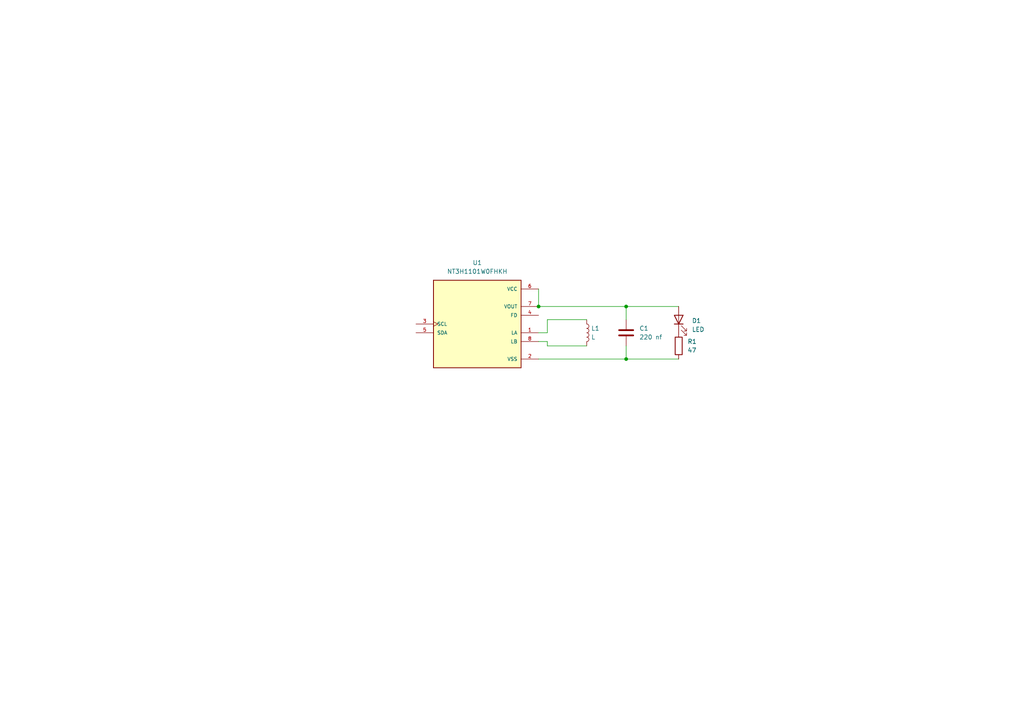
<source format=kicad_sch>
(kicad_sch
	(version 20231120)
	(generator "eeschema")
	(generator_version "8.0")
	(uuid "68db28dd-e7fe-4048-8937-b0c00b7f29a9")
	(paper "A4")
	(lib_symbols
		(symbol "Device:C"
			(pin_numbers hide)
			(pin_names
				(offset 0.254)
			)
			(exclude_from_sim no)
			(in_bom yes)
			(on_board yes)
			(property "Reference" "C"
				(at 0.635 2.54 0)
				(effects
					(font
						(size 1.27 1.27)
					)
					(justify left)
				)
			)
			(property "Value" "C"
				(at 0.635 -2.54 0)
				(effects
					(font
						(size 1.27 1.27)
					)
					(justify left)
				)
			)
			(property "Footprint" ""
				(at 0.9652 -3.81 0)
				(effects
					(font
						(size 1.27 1.27)
					)
					(hide yes)
				)
			)
			(property "Datasheet" "~"
				(at 0 0 0)
				(effects
					(font
						(size 1.27 1.27)
					)
					(hide yes)
				)
			)
			(property "Description" "Unpolarized capacitor"
				(at 0 0 0)
				(effects
					(font
						(size 1.27 1.27)
					)
					(hide yes)
				)
			)
			(property "ki_keywords" "cap capacitor"
				(at 0 0 0)
				(effects
					(font
						(size 1.27 1.27)
					)
					(hide yes)
				)
			)
			(property "ki_fp_filters" "C_*"
				(at 0 0 0)
				(effects
					(font
						(size 1.27 1.27)
					)
					(hide yes)
				)
			)
			(symbol "C_0_1"
				(polyline
					(pts
						(xy -2.032 -0.762) (xy 2.032 -0.762)
					)
					(stroke
						(width 0.508)
						(type default)
					)
					(fill
						(type none)
					)
				)
				(polyline
					(pts
						(xy -2.032 0.762) (xy 2.032 0.762)
					)
					(stroke
						(width 0.508)
						(type default)
					)
					(fill
						(type none)
					)
				)
			)
			(symbol "C_1_1"
				(pin passive line
					(at 0 3.81 270)
					(length 2.794)
					(name "~"
						(effects
							(font
								(size 1.27 1.27)
							)
						)
					)
					(number "1"
						(effects
							(font
								(size 1.27 1.27)
							)
						)
					)
				)
				(pin passive line
					(at 0 -3.81 90)
					(length 2.794)
					(name "~"
						(effects
							(font
								(size 1.27 1.27)
							)
						)
					)
					(number "2"
						(effects
							(font
								(size 1.27 1.27)
							)
						)
					)
				)
			)
		)
		(symbol "Device:L"
			(pin_numbers hide)
			(pin_names
				(offset 1.016) hide)
			(exclude_from_sim no)
			(in_bom yes)
			(on_board yes)
			(property "Reference" "L"
				(at -1.27 0 90)
				(effects
					(font
						(size 1.27 1.27)
					)
				)
			)
			(property "Value" "L"
				(at 1.905 0 90)
				(effects
					(font
						(size 1.27 1.27)
					)
				)
			)
			(property "Footprint" ""
				(at 0 0 0)
				(effects
					(font
						(size 1.27 1.27)
					)
					(hide yes)
				)
			)
			(property "Datasheet" "~"
				(at 0 0 0)
				(effects
					(font
						(size 1.27 1.27)
					)
					(hide yes)
				)
			)
			(property "Description" "Inductor"
				(at 0 0 0)
				(effects
					(font
						(size 1.27 1.27)
					)
					(hide yes)
				)
			)
			(property "ki_keywords" "inductor choke coil reactor magnetic"
				(at 0 0 0)
				(effects
					(font
						(size 1.27 1.27)
					)
					(hide yes)
				)
			)
			(property "ki_fp_filters" "Choke_* *Coil* Inductor_* L_*"
				(at 0 0 0)
				(effects
					(font
						(size 1.27 1.27)
					)
					(hide yes)
				)
			)
			(symbol "L_0_1"
				(arc
					(start 0 -2.54)
					(mid 0.6323 -1.905)
					(end 0 -1.27)
					(stroke
						(width 0)
						(type default)
					)
					(fill
						(type none)
					)
				)
				(arc
					(start 0 -1.27)
					(mid 0.6323 -0.635)
					(end 0 0)
					(stroke
						(width 0)
						(type default)
					)
					(fill
						(type none)
					)
				)
				(arc
					(start 0 0)
					(mid 0.6323 0.635)
					(end 0 1.27)
					(stroke
						(width 0)
						(type default)
					)
					(fill
						(type none)
					)
				)
				(arc
					(start 0 1.27)
					(mid 0.6323 1.905)
					(end 0 2.54)
					(stroke
						(width 0)
						(type default)
					)
					(fill
						(type none)
					)
				)
			)
			(symbol "L_1_1"
				(pin passive line
					(at 0 3.81 270)
					(length 1.27)
					(name "1"
						(effects
							(font
								(size 1.27 1.27)
							)
						)
					)
					(number "1"
						(effects
							(font
								(size 1.27 1.27)
							)
						)
					)
				)
				(pin passive line
					(at 0 -3.81 90)
					(length 1.27)
					(name "2"
						(effects
							(font
								(size 1.27 1.27)
							)
						)
					)
					(number "2"
						(effects
							(font
								(size 1.27 1.27)
							)
						)
					)
				)
			)
		)
		(symbol "Device:LED"
			(pin_numbers hide)
			(pin_names
				(offset 1.016) hide)
			(exclude_from_sim no)
			(in_bom yes)
			(on_board yes)
			(property "Reference" "D"
				(at 0 2.54 0)
				(effects
					(font
						(size 1.27 1.27)
					)
				)
			)
			(property "Value" "LED"
				(at 0 -2.54 0)
				(effects
					(font
						(size 1.27 1.27)
					)
				)
			)
			(property "Footprint" ""
				(at 0 0 0)
				(effects
					(font
						(size 1.27 1.27)
					)
					(hide yes)
				)
			)
			(property "Datasheet" "~"
				(at 0 0 0)
				(effects
					(font
						(size 1.27 1.27)
					)
					(hide yes)
				)
			)
			(property "Description" "Light emitting diode"
				(at 0 0 0)
				(effects
					(font
						(size 1.27 1.27)
					)
					(hide yes)
				)
			)
			(property "ki_keywords" "LED diode"
				(at 0 0 0)
				(effects
					(font
						(size 1.27 1.27)
					)
					(hide yes)
				)
			)
			(property "ki_fp_filters" "LED* LED_SMD:* LED_THT:*"
				(at 0 0 0)
				(effects
					(font
						(size 1.27 1.27)
					)
					(hide yes)
				)
			)
			(symbol "LED_0_1"
				(polyline
					(pts
						(xy -1.27 -1.27) (xy -1.27 1.27)
					)
					(stroke
						(width 0.254)
						(type default)
					)
					(fill
						(type none)
					)
				)
				(polyline
					(pts
						(xy -1.27 0) (xy 1.27 0)
					)
					(stroke
						(width 0)
						(type default)
					)
					(fill
						(type none)
					)
				)
				(polyline
					(pts
						(xy 1.27 -1.27) (xy 1.27 1.27) (xy -1.27 0) (xy 1.27 -1.27)
					)
					(stroke
						(width 0.254)
						(type default)
					)
					(fill
						(type none)
					)
				)
				(polyline
					(pts
						(xy -3.048 -0.762) (xy -4.572 -2.286) (xy -3.81 -2.286) (xy -4.572 -2.286) (xy -4.572 -1.524)
					)
					(stroke
						(width 0)
						(type default)
					)
					(fill
						(type none)
					)
				)
				(polyline
					(pts
						(xy -1.778 -0.762) (xy -3.302 -2.286) (xy -2.54 -2.286) (xy -3.302 -2.286) (xy -3.302 -1.524)
					)
					(stroke
						(width 0)
						(type default)
					)
					(fill
						(type none)
					)
				)
			)
			(symbol "LED_1_1"
				(pin passive line
					(at -3.81 0 0)
					(length 2.54)
					(name "K"
						(effects
							(font
								(size 1.27 1.27)
							)
						)
					)
					(number "1"
						(effects
							(font
								(size 1.27 1.27)
							)
						)
					)
				)
				(pin passive line
					(at 3.81 0 180)
					(length 2.54)
					(name "A"
						(effects
							(font
								(size 1.27 1.27)
							)
						)
					)
					(number "2"
						(effects
							(font
								(size 1.27 1.27)
							)
						)
					)
				)
			)
		)
		(symbol "Device:R"
			(pin_numbers hide)
			(pin_names
				(offset 0)
			)
			(exclude_from_sim no)
			(in_bom yes)
			(on_board yes)
			(property "Reference" "R"
				(at 2.032 0 90)
				(effects
					(font
						(size 1.27 1.27)
					)
				)
			)
			(property "Value" "R"
				(at 0 0 90)
				(effects
					(font
						(size 1.27 1.27)
					)
				)
			)
			(property "Footprint" ""
				(at -1.778 0 90)
				(effects
					(font
						(size 1.27 1.27)
					)
					(hide yes)
				)
			)
			(property "Datasheet" "~"
				(at 0 0 0)
				(effects
					(font
						(size 1.27 1.27)
					)
					(hide yes)
				)
			)
			(property "Description" "Resistor"
				(at 0 0 0)
				(effects
					(font
						(size 1.27 1.27)
					)
					(hide yes)
				)
			)
			(property "ki_keywords" "R res resistor"
				(at 0 0 0)
				(effects
					(font
						(size 1.27 1.27)
					)
					(hide yes)
				)
			)
			(property "ki_fp_filters" "R_*"
				(at 0 0 0)
				(effects
					(font
						(size 1.27 1.27)
					)
					(hide yes)
				)
			)
			(symbol "R_0_1"
				(rectangle
					(start -1.016 -2.54)
					(end 1.016 2.54)
					(stroke
						(width 0.254)
						(type default)
					)
					(fill
						(type none)
					)
				)
			)
			(symbol "R_1_1"
				(pin passive line
					(at 0 3.81 270)
					(length 1.27)
					(name "~"
						(effects
							(font
								(size 1.27 1.27)
							)
						)
					)
					(number "1"
						(effects
							(font
								(size 1.27 1.27)
							)
						)
					)
				)
				(pin passive line
					(at 0 -3.81 90)
					(length 1.27)
					(name "~"
						(effects
							(font
								(size 1.27 1.27)
							)
						)
					)
					(number "2"
						(effects
							(font
								(size 1.27 1.27)
							)
						)
					)
				)
			)
		)
		(symbol "NT3H1101W0FHKH:NT3H1101W0FHKH"
			(pin_names
				(offset 1.016)
			)
			(exclude_from_sim no)
			(in_bom yes)
			(on_board yes)
			(property "Reference" "U"
				(at -12.7 13.462 0)
				(effects
					(font
						(size 1.27 1.27)
					)
					(justify left bottom)
				)
			)
			(property "Value" "NT3H1101W0FHKH"
				(at -12.7 -15.24 0)
				(effects
					(font
						(size 1.27 1.27)
					)
					(justify left bottom)
				)
			)
			(property "Footprint" "NT3H1101W0FHKH:IC_NT3H1101W0FHKH"
				(at 0 0 0)
				(effects
					(font
						(size 1.27 1.27)
					)
					(justify bottom)
					(hide yes)
				)
			)
			(property "Datasheet" ""
				(at 0 0 0)
				(effects
					(font
						(size 1.27 1.27)
					)
					(hide yes)
				)
			)
			(property "Description" ""
				(at 0 0 0)
				(effects
					(font
						(size 1.27 1.27)
					)
					(hide yes)
				)
			)
			(property "MF" "NXP USA"
				(at 0 0 0)
				(effects
					(font
						(size 1.27 1.27)
					)
					(justify bottom)
					(hide yes)
				)
			)
			(property "MAXIMUM_PACKAGE_HEIGHT" "0.5mm"
				(at 0 0 0)
				(effects
					(font
						(size 1.27 1.27)
					)
					(justify bottom)
					(hide yes)
				)
			)
			(property "Package" "XQFN-8 NXP Semiconductors"
				(at 0 0 0)
				(effects
					(font
						(size 1.27 1.27)
					)
					(justify bottom)
					(hide yes)
				)
			)
			(property "Price" "None"
				(at 0 0 0)
				(effects
					(font
						(size 1.27 1.27)
					)
					(justify bottom)
					(hide yes)
				)
			)
			(property "Check_prices" "https://www.snapeda.com/parts/NT3H1101W0FHKH/NXP+USA+Inc./view-part/?ref=eda"
				(at 0 0 0)
				(effects
					(font
						(size 1.27 1.27)
					)
					(justify bottom)
					(hide yes)
				)
			)
			(property "STANDARD" "Manufacturer Recommendations"
				(at 0 0 0)
				(effects
					(font
						(size 1.27 1.27)
					)
					(justify bottom)
					(hide yes)
				)
			)
			(property "PARTREV" "3.3"
				(at 0 0 0)
				(effects
					(font
						(size 1.27 1.27)
					)
					(justify bottom)
					(hide yes)
				)
			)
			(property "SnapEDA_Link" "https://www.snapeda.com/parts/NT3H1101W0FHKH/NXP+USA+Inc./view-part/?ref=snap"
				(at 0 0 0)
				(effects
					(font
						(size 1.27 1.27)
					)
					(justify bottom)
					(hide yes)
				)
			)
			(property "MP" "NT3H1101W0FHKH"
				(at 0 0 0)
				(effects
					(font
						(size 1.27 1.27)
					)
					(justify bottom)
					(hide yes)
				)
			)
			(property "Description_1" "\nRFID Transponder IC 13.56MHz ISO 14443 I2C 1.7V ~ 3.6V 8-XFQFN Exposed Pad\n"
				(at 0 0 0)
				(effects
					(font
						(size 1.27 1.27)
					)
					(justify bottom)
					(hide yes)
				)
			)
			(property "MANUFACTURER" "NXP"
				(at 0 0 0)
				(effects
					(font
						(size 1.27 1.27)
					)
					(justify bottom)
					(hide yes)
				)
			)
			(property "Availability" "In Stock"
				(at 0 0 0)
				(effects
					(font
						(size 1.27 1.27)
					)
					(justify bottom)
					(hide yes)
				)
			)
			(property "SNAPEDA_PN" "NT3H1101W0FHKH"
				(at 0 0 0)
				(effects
					(font
						(size 1.27 1.27)
					)
					(justify bottom)
					(hide yes)
				)
			)
			(symbol "NT3H1101W0FHKH_0_0"
				(rectangle
					(start -12.7 -12.7)
					(end 12.7 12.7)
					(stroke
						(width 0.254)
						(type default)
					)
					(fill
						(type background)
					)
				)
				(pin bidirectional line
					(at 17.78 -2.54 180)
					(length 5.08)
					(name "LA"
						(effects
							(font
								(size 1.016 1.016)
							)
						)
					)
					(number "1"
						(effects
							(font
								(size 1.016 1.016)
							)
						)
					)
				)
				(pin power_in line
					(at 17.78 -10.16 180)
					(length 5.08)
					(name "VSS"
						(effects
							(font
								(size 1.016 1.016)
							)
						)
					)
					(number "2"
						(effects
							(font
								(size 1.016 1.016)
							)
						)
					)
				)
				(pin input clock
					(at -17.78 0 0)
					(length 5.08)
					(name "SCL"
						(effects
							(font
								(size 1.016 1.016)
							)
						)
					)
					(number "3"
						(effects
							(font
								(size 1.016 1.016)
							)
						)
					)
				)
				(pin output line
					(at 17.78 2.54 180)
					(length 5.08)
					(name "FD"
						(effects
							(font
								(size 1.016 1.016)
							)
						)
					)
					(number "4"
						(effects
							(font
								(size 1.016 1.016)
							)
						)
					)
				)
				(pin bidirectional line
					(at -17.78 -2.54 0)
					(length 5.08)
					(name "SDA"
						(effects
							(font
								(size 1.016 1.016)
							)
						)
					)
					(number "5"
						(effects
							(font
								(size 1.016 1.016)
							)
						)
					)
				)
				(pin power_in line
					(at 17.78 10.16 180)
					(length 5.08)
					(name "VCC"
						(effects
							(font
								(size 1.016 1.016)
							)
						)
					)
					(number "6"
						(effects
							(font
								(size 1.016 1.016)
							)
						)
					)
				)
				(pin output line
					(at 17.78 5.08 180)
					(length 5.08)
					(name "VOUT"
						(effects
							(font
								(size 1.016 1.016)
							)
						)
					)
					(number "7"
						(effects
							(font
								(size 1.016 1.016)
							)
						)
					)
				)
				(pin bidirectional line
					(at 17.78 -5.08 180)
					(length 5.08)
					(name "LB"
						(effects
							(font
								(size 1.016 1.016)
							)
						)
					)
					(number "8"
						(effects
							(font
								(size 1.016 1.016)
							)
						)
					)
				)
			)
		)
	)
	(junction
		(at 156.21 88.9)
		(diameter 0)
		(color 0 0 0 0)
		(uuid "316245f7-7101-410e-9629-43a58b9a47fe")
	)
	(junction
		(at 181.61 104.14)
		(diameter 0)
		(color 0 0 0 0)
		(uuid "9854af19-ca33-469a-ba06-24ff3aaa89b7")
	)
	(junction
		(at 181.61 88.9)
		(diameter 0)
		(color 0 0 0 0)
		(uuid "b8c15ac0-2698-4338-aeed-9d6b71b302d2")
	)
	(wire
		(pts
			(xy 158.75 99.06) (xy 158.75 100.33)
		)
		(stroke
			(width 0)
			(type default)
		)
		(uuid "006d3837-ec69-4cce-affc-0408f17fb6c0")
	)
	(wire
		(pts
			(xy 158.75 96.52) (xy 158.75 92.71)
		)
		(stroke
			(width 0)
			(type default)
		)
		(uuid "15268386-5f60-422d-9c86-5caa6583dfbe")
	)
	(wire
		(pts
			(xy 158.75 100.33) (xy 170.18 100.33)
		)
		(stroke
			(width 0)
			(type default)
		)
		(uuid "3405aab6-568e-49b6-a989-48a9737f792f")
	)
	(wire
		(pts
			(xy 156.21 88.9) (xy 181.61 88.9)
		)
		(stroke
			(width 0)
			(type default)
		)
		(uuid "3705ea50-4609-4271-8278-a503fe58c546")
	)
	(wire
		(pts
			(xy 156.21 104.14) (xy 181.61 104.14)
		)
		(stroke
			(width 0)
			(type default)
		)
		(uuid "3785599e-6979-4a3c-8d27-30ef86b64abb")
	)
	(wire
		(pts
			(xy 181.61 104.14) (xy 181.61 100.33)
		)
		(stroke
			(width 0)
			(type default)
		)
		(uuid "765d9618-9f60-45a5-a81d-5eba3c7f13c7")
	)
	(wire
		(pts
			(xy 156.21 99.06) (xy 158.75 99.06)
		)
		(stroke
			(width 0)
			(type default)
		)
		(uuid "824855d4-9d8d-41bd-b051-4739057c81e4")
	)
	(wire
		(pts
			(xy 156.21 83.82) (xy 156.21 88.9)
		)
		(stroke
			(width 0)
			(type default)
		)
		(uuid "9e6d7005-a3de-4308-a9b9-716e1ec926da")
	)
	(wire
		(pts
			(xy 181.61 88.9) (xy 196.85 88.9)
		)
		(stroke
			(width 0)
			(type default)
		)
		(uuid "ade40765-73b6-4506-a7ed-4198d33cd232")
	)
	(wire
		(pts
			(xy 156.21 96.52) (xy 158.75 96.52)
		)
		(stroke
			(width 0)
			(type default)
		)
		(uuid "ba6f5499-e460-4917-a6cd-336101c36400")
	)
	(wire
		(pts
			(xy 196.85 104.14) (xy 181.61 104.14)
		)
		(stroke
			(width 0)
			(type default)
		)
		(uuid "d801404e-b915-49c7-95fd-45728637eae3")
	)
	(wire
		(pts
			(xy 158.75 92.71) (xy 170.18 92.71)
		)
		(stroke
			(width 0)
			(type default)
		)
		(uuid "deca1d90-82b4-4a3d-a058-06fc8b92b553")
	)
	(wire
		(pts
			(xy 181.61 92.71) (xy 181.61 88.9)
		)
		(stroke
			(width 0)
			(type default)
		)
		(uuid "f9306946-94e7-4773-a48f-270010dc037e")
	)
	(symbol
		(lib_id "Device:LED")
		(at 196.85 92.71 90)
		(unit 1)
		(exclude_from_sim no)
		(in_bom yes)
		(on_board yes)
		(dnp no)
		(fields_autoplaced yes)
		(uuid "04250c31-682d-4b7c-b618-be79610956ee")
		(property "Reference" "D1"
			(at 200.66 93.0274 90)
			(effects
				(font
					(size 1.27 1.27)
				)
				(justify right)
			)
		)
		(property "Value" "LED"
			(at 200.66 95.5674 90)
			(effects
				(font
					(size 1.27 1.27)
				)
				(justify right)
			)
		)
		(property "Footprint" "LED_SMD:LED_0805_2012Metric"
			(at 196.85 92.71 0)
			(effects
				(font
					(size 1.27 1.27)
				)
				(hide yes)
			)
		)
		(property "Datasheet" "~"
			(at 196.85 92.71 0)
			(effects
				(font
					(size 1.27 1.27)
				)
				(hide yes)
			)
		)
		(property "Description" "Light emitting diode"
			(at 196.85 92.71 0)
			(effects
				(font
					(size 1.27 1.27)
				)
				(hide yes)
			)
		)
		(pin "1"
			(uuid "4f5000a6-1339-463e-8892-c498262e962e")
		)
		(pin "2"
			(uuid "6c5e04ce-441d-4001-a9f8-bdeccd107dcb")
		)
		(instances
			(project "Antenna design"
				(path "/68db28dd-e7fe-4048-8937-b0c00b7f29a9"
					(reference "D1")
					(unit 1)
				)
			)
		)
	)
	(symbol
		(lib_id "NT3H1101W0FHKH:NT3H1101W0FHKH")
		(at 138.43 93.98 0)
		(unit 1)
		(exclude_from_sim no)
		(in_bom yes)
		(on_board yes)
		(dnp no)
		(fields_autoplaced yes)
		(uuid "090d64ee-aeb4-495a-ab73-fd64cfd672b6")
		(property "Reference" "U1"
			(at 138.43 76.2 0)
			(effects
				(font
					(size 1.27 1.27)
				)
			)
		)
		(property "Value" "NT3H1101W0FHKH"
			(at 138.43 78.74 0)
			(effects
				(font
					(size 1.27 1.27)
				)
			)
		)
		(property "Footprint" "NT3H1101W0FHKH:IC_NT3H1101W0FHKH"
			(at 138.43 93.98 0)
			(effects
				(font
					(size 1.27 1.27)
				)
				(justify bottom)
				(hide yes)
			)
		)
		(property "Datasheet" ""
			(at 138.43 93.98 0)
			(effects
				(font
					(size 1.27 1.27)
				)
				(hide yes)
			)
		)
		(property "Description" ""
			(at 138.43 93.98 0)
			(effects
				(font
					(size 1.27 1.27)
				)
				(hide yes)
			)
		)
		(property "MF" "NXP USA"
			(at 138.43 93.98 0)
			(effects
				(font
					(size 1.27 1.27)
				)
				(justify bottom)
				(hide yes)
			)
		)
		(property "MAXIMUM_PACKAGE_HEIGHT" "0.5mm"
			(at 138.43 93.98 0)
			(effects
				(font
					(size 1.27 1.27)
				)
				(justify bottom)
				(hide yes)
			)
		)
		(property "Package" "XQFN-8 NXP Semiconductors"
			(at 138.43 93.98 0)
			(effects
				(font
					(size 1.27 1.27)
				)
				(justify bottom)
				(hide yes)
			)
		)
		(property "Price" "None"
			(at 138.43 93.98 0)
			(effects
				(font
					(size 1.27 1.27)
				)
				(justify bottom)
				(hide yes)
			)
		)
		(property "Check_prices" "https://www.snapeda.com/parts/NT3H1101W0FHKH/NXP+USA+Inc./view-part/?ref=eda"
			(at 138.43 93.98 0)
			(effects
				(font
					(size 1.27 1.27)
				)
				(justify bottom)
				(hide yes)
			)
		)
		(property "STANDARD" "Manufacturer Recommendations"
			(at 138.43 93.98 0)
			(effects
				(font
					(size 1.27 1.27)
				)
				(justify bottom)
				(hide yes)
			)
		)
		(property "PARTREV" "3.3"
			(at 138.43 93.98 0)
			(effects
				(font
					(size 1.27 1.27)
				)
				(justify bottom)
				(hide yes)
			)
		)
		(property "SnapEDA_Link" "https://www.snapeda.com/parts/NT3H1101W0FHKH/NXP+USA+Inc./view-part/?ref=snap"
			(at 138.43 93.98 0)
			(effects
				(font
					(size 1.27 1.27)
				)
				(justify bottom)
				(hide yes)
			)
		)
		(property "MP" "NT3H1101W0FHKH"
			(at 138.43 93.98 0)
			(effects
				(font
					(size 1.27 1.27)
				)
				(justify bottom)
				(hide yes)
			)
		)
		(property "Description_1" "\nRFID Transponder IC 13.56MHz ISO 14443 I2C 1.7V ~ 3.6V 8-XFQFN Exposed Pad\n"
			(at 138.43 93.98 0)
			(effects
				(font
					(size 1.27 1.27)
				)
				(justify bottom)
				(hide yes)
			)
		)
		(property "MANUFACTURER" "NXP"
			(at 138.43 93.98 0)
			(effects
				(font
					(size 1.27 1.27)
				)
				(justify bottom)
				(hide yes)
			)
		)
		(property "Availability" "In Stock"
			(at 138.43 93.98 0)
			(effects
				(font
					(size 1.27 1.27)
				)
				(justify bottom)
				(hide yes)
			)
		)
		(property "SNAPEDA_PN" "NT3H1101W0FHKH"
			(at 138.43 93.98 0)
			(effects
				(font
					(size 1.27 1.27)
				)
				(justify bottom)
				(hide yes)
			)
		)
		(pin "6"
			(uuid "a0cbe1cd-92df-40ed-a33a-0a3f8e0141cd")
		)
		(pin "2"
			(uuid "985f87c4-233b-49dc-851a-6030c11c44b7")
		)
		(pin "3"
			(uuid "0ba1a78f-4500-41b1-803b-7a8d50aeedf0")
		)
		(pin "7"
			(uuid "9e5da780-a963-458a-8f37-7345b20ea617")
		)
		(pin "5"
			(uuid "7ef53036-0557-4a5a-a7b9-25e21e1a1235")
		)
		(pin "8"
			(uuid "21ca5b5a-7f4e-46c7-9623-c6bf40e23f08")
		)
		(pin "4"
			(uuid "333b3e3f-524e-4467-93c2-27a8405505ad")
		)
		(pin "1"
			(uuid "464b992d-5afd-48c8-9195-bc7aee798c96")
		)
		(instances
			(project "Antenna design"
				(path "/68db28dd-e7fe-4048-8937-b0c00b7f29a9"
					(reference "U1")
					(unit 1)
				)
			)
		)
	)
	(symbol
		(lib_id "Device:C")
		(at 181.61 96.52 0)
		(unit 1)
		(exclude_from_sim no)
		(in_bom yes)
		(on_board yes)
		(dnp no)
		(fields_autoplaced yes)
		(uuid "7e17134e-4156-4a56-aaac-de392cd200ca")
		(property "Reference" "C1"
			(at 185.42 95.2499 0)
			(effects
				(font
					(size 1.27 1.27)
				)
				(justify left)
			)
		)
		(property "Value" "220 nf"
			(at 185.42 97.7899 0)
			(effects
				(font
					(size 1.27 1.27)
				)
				(justify left)
			)
		)
		(property "Footprint" "Capacitor_SMD:C_1210_3225Metric"
			(at 182.5752 100.33 0)
			(effects
				(font
					(size 1.27 1.27)
				)
				(hide yes)
			)
		)
		(property "Datasheet" "~"
			(at 181.61 96.52 0)
			(effects
				(font
					(size 1.27 1.27)
				)
				(hide yes)
			)
		)
		(property "Description" "Unpolarized capacitor"
			(at 181.61 96.52 0)
			(effects
				(font
					(size 1.27 1.27)
				)
				(hide yes)
			)
		)
		(pin "1"
			(uuid "69b2e081-7ba4-4a9e-b0c6-bfe2d9ff2c37")
		)
		(pin "2"
			(uuid "f10d6326-bccb-4afd-8ff2-a3079aec40f6")
		)
		(instances
			(project "Antenna design"
				(path "/68db28dd-e7fe-4048-8937-b0c00b7f29a9"
					(reference "C1")
					(unit 1)
				)
			)
		)
	)
	(symbol
		(lib_id "Device:L")
		(at 170.18 96.52 0)
		(unit 1)
		(exclude_from_sim no)
		(in_bom yes)
		(on_board yes)
		(dnp no)
		(fields_autoplaced yes)
		(uuid "996cdaed-d1fd-4e09-ac85-e380b3397f3a")
		(property "Reference" "L1"
			(at 171.45 95.2499 0)
			(effects
				(font
					(size 1.27 1.27)
				)
				(justify left)
			)
		)
		(property "Value" "L"
			(at 171.45 97.7899 0)
			(effects
				(font
					(size 1.27 1.27)
				)
				(justify left)
			)
		)
		(property "Footprint" "Antenna_footprint:Antenna"
			(at 170.18 96.52 0)
			(effects
				(font
					(size 1.27 1.27)
				)
				(hide yes)
			)
		)
		(property "Datasheet" "~"
			(at 170.18 96.52 0)
			(effects
				(font
					(size 1.27 1.27)
				)
				(hide yes)
			)
		)
		(property "Description" "Inductor"
			(at 170.18 96.52 0)
			(effects
				(font
					(size 1.27 1.27)
				)
				(hide yes)
			)
		)
		(pin "1"
			(uuid "c2bf6152-29c7-4fd1-9589-002eba493df8")
		)
		(pin "2"
			(uuid "bdea83e8-ce92-4127-aaee-b87c83bcd0f4")
		)
		(instances
			(project "Antenna design"
				(path "/68db28dd-e7fe-4048-8937-b0c00b7f29a9"
					(reference "L1")
					(unit 1)
				)
			)
		)
	)
	(symbol
		(lib_id "Device:R")
		(at 196.85 100.33 0)
		(unit 1)
		(exclude_from_sim no)
		(in_bom yes)
		(on_board yes)
		(dnp no)
		(fields_autoplaced yes)
		(uuid "9d3f6e53-efdc-4877-8cc9-855553041ac3")
		(property "Reference" "R1"
			(at 199.39 99.0599 0)
			(effects
				(font
					(size 1.27 1.27)
				)
				(justify left)
			)
		)
		(property "Value" "47"
			(at 199.39 101.5999 0)
			(effects
				(font
					(size 1.27 1.27)
				)
				(justify left)
			)
		)
		(property "Footprint" "Resistor_SMD:R_0805_2012Metric_Pad1.20x1.40mm_HandSolder"
			(at 195.072 100.33 90)
			(effects
				(font
					(size 1.27 1.27)
				)
				(hide yes)
			)
		)
		(property "Datasheet" "~"
			(at 196.85 100.33 0)
			(effects
				(font
					(size 1.27 1.27)
				)
				(hide yes)
			)
		)
		(property "Description" "Resistor"
			(at 196.85 100.33 0)
			(effects
				(font
					(size 1.27 1.27)
				)
				(hide yes)
			)
		)
		(pin "1"
			(uuid "f1ee38da-a05b-463b-bc4b-47fa2bbf516b")
		)
		(pin "2"
			(uuid "8e5f154b-bdfd-4baa-bb6f-cdd68845d2e3")
		)
		(instances
			(project "Antenna design"
				(path "/68db28dd-e7fe-4048-8937-b0c00b7f29a9"
					(reference "R1")
					(unit 1)
				)
			)
		)
	)
	(sheet_instances
		(path "/"
			(page "1")
		)
	)
)

</source>
